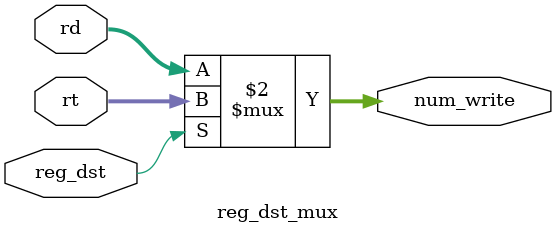
<source format=v>
module reg_dst_mux(rt, rd, num_write, reg_dst);

input [5:0] rt;
input [5:0] rd;
input reg_dst;

output [5:0] num_write;

assign num_write = (reg_dst == 0) ? rd : rt;

endmodule

</source>
